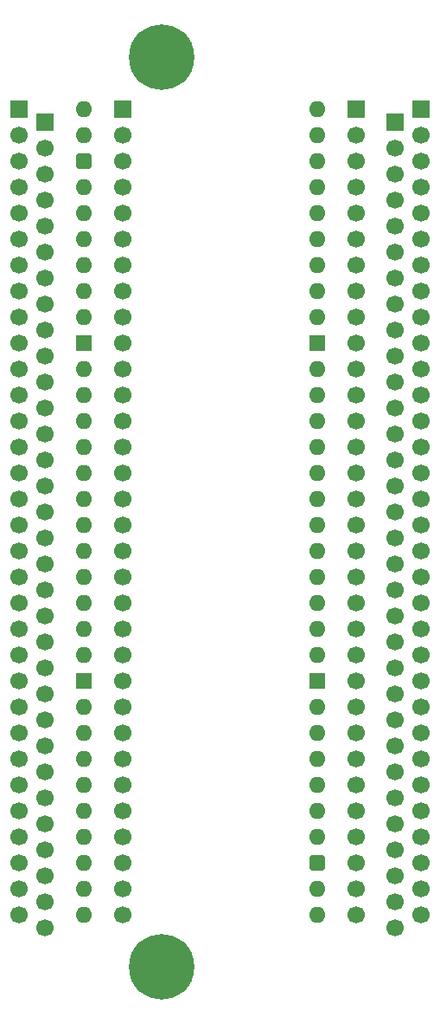
<source format=gbs>
%TF.GenerationSoftware,KiCad,Pcbnew,9.0.7-9.0.7~ubuntu24.04.1*%
%TF.CreationDate,2026-01-16T07:27:37+02:00*%
%TF.ProjectId,HCP65 Wide Analyser,48435036-3520-4576-9964-6520416e616c,V0*%
%TF.SameCoordinates,Original*%
%TF.FileFunction,Soldermask,Bot*%
%TF.FilePolarity,Negative*%
%FSLAX46Y46*%
G04 Gerber Fmt 4.6, Leading zero omitted, Abs format (unit mm)*
G04 Created by KiCad (PCBNEW 9.0.7-9.0.7~ubuntu24.04.1) date 2026-01-16 07:27:37*
%MOMM*%
%LPD*%
G01*
G04 APERTURE LIST*
G04 Aperture macros list*
%AMRoundRect*
0 Rectangle with rounded corners*
0 $1 Rounding radius*
0 $2 $3 $4 $5 $6 $7 $8 $9 X,Y pos of 4 corners*
0 Add a 4 corners polygon primitive as box body*
4,1,4,$2,$3,$4,$5,$6,$7,$8,$9,$2,$3,0*
0 Add four circle primitives for the rounded corners*
1,1,$1+$1,$2,$3*
1,1,$1+$1,$4,$5*
1,1,$1+$1,$6,$7*
1,1,$1+$1,$8,$9*
0 Add four rect primitives between the rounded corners*
20,1,$1+$1,$2,$3,$4,$5,0*
20,1,$1+$1,$4,$5,$6,$7,0*
20,1,$1+$1,$6,$7,$8,$9,0*
20,1,$1+$1,$8,$9,$2,$3,0*%
G04 Aperture macros list end*
%ADD10C,1.700000*%
%ADD11R,1.700000X1.700000*%
%ADD12O,1.600000X1.600000*%
%ADD13R,1.600000X1.600000*%
%ADD14RoundRect,0.400000X-0.400000X-0.400000X0.400000X-0.400000X0.400000X0.400000X-0.400000X0.400000X0*%
%ADD15C,6.400000*%
G04 APERTURE END LIST*
D10*
%TO.C,J6*%
X-3810000Y-80010000D03*
X-3810000Y-77470000D03*
X-3810000Y-74930000D03*
X-3810000Y-72390000D03*
X-3810000Y-69850000D03*
X-3810000Y-67310000D03*
X-3810000Y-64770000D03*
X-3810000Y-62230000D03*
X-3810000Y-59690000D03*
X-3810000Y-57150000D03*
X-3810000Y-54610000D03*
X-3810000Y-52070000D03*
X-3810000Y-49530000D03*
X-3810000Y-46990000D03*
X-3810000Y-44450000D03*
X-3810000Y-41910000D03*
X-3810000Y-39370000D03*
X-3810000Y-36830000D03*
X-3810000Y-34290000D03*
X-3810000Y-31750000D03*
X-3810000Y-29210000D03*
X-3810000Y-26670000D03*
X-3810000Y-24130000D03*
X-3810000Y-21590000D03*
X-3810000Y-19050000D03*
X-3810000Y-16510000D03*
X-3810000Y-13970000D03*
X-3810000Y-11430000D03*
X-3810000Y-8890000D03*
X-3810000Y-6350000D03*
X-3810000Y-3810000D03*
D11*
X-3810000Y-1270000D03*
%TD*%
D10*
%TO.C,J7*%
X30480000Y-80010000D03*
X30480000Y-77470000D03*
X30480000Y-74930000D03*
X30480000Y-72390000D03*
X30480000Y-69850000D03*
X30480000Y-67310000D03*
X30480000Y-64770000D03*
X30480000Y-62230000D03*
X30480000Y-59690000D03*
X30480000Y-57150000D03*
X30480000Y-54610000D03*
X30480000Y-52070000D03*
X30480000Y-49530000D03*
X30480000Y-46990000D03*
X30480000Y-44450000D03*
X30480000Y-41910000D03*
X30480000Y-39370000D03*
X30480000Y-36830000D03*
X30480000Y-34290000D03*
X30480000Y-31750000D03*
X30480000Y-29210000D03*
X30480000Y-26670000D03*
X30480000Y-24130000D03*
X30480000Y-21590000D03*
X30480000Y-19050000D03*
X30480000Y-16510000D03*
X30480000Y-13970000D03*
X30480000Y-11430000D03*
X30480000Y-8890000D03*
X30480000Y-6350000D03*
X30480000Y-3810000D03*
D11*
X30480000Y-1270000D03*
%TD*%
D12*
%TO.C,J1*%
X22860000Y0D03*
X22860000Y-2540000D03*
X22860000Y-5080000D03*
X22860000Y-7620000D03*
X22860000Y-10160000D03*
X22860000Y-12700000D03*
X22860000Y-15240000D03*
X22860000Y-17780000D03*
X22860000Y-20320000D03*
D13*
X22860000Y-22860000D03*
D12*
X22860000Y-25400000D03*
X22860000Y-27940000D03*
X22860000Y-30480000D03*
X22860000Y-33020000D03*
X22860000Y-35560000D03*
X22860000Y-38100000D03*
X22860000Y-40640000D03*
X22860000Y-43180000D03*
X22860000Y-45720000D03*
X22860000Y-48260000D03*
X22860000Y-50800000D03*
X22860000Y-53340000D03*
D13*
X22860000Y-55880000D03*
D12*
X22860000Y-58420000D03*
X22860000Y-60960000D03*
X22860000Y-63500000D03*
X22860000Y-66040000D03*
X22860000Y-68580000D03*
X22860000Y-71120000D03*
D14*
X22860000Y-73660000D03*
D12*
X22860000Y-76200000D03*
X22860000Y-78740000D03*
X0Y-78740000D03*
X0Y-76200000D03*
X0Y-73660000D03*
X0Y-71120000D03*
X0Y-68580000D03*
X0Y-66040000D03*
X0Y-63500000D03*
X0Y-60960000D03*
X0Y-58420000D03*
D13*
X0Y-55880000D03*
D12*
X0Y-53340000D03*
X0Y-50800000D03*
X0Y-48260000D03*
X0Y-45720000D03*
X0Y-43180000D03*
X0Y-40640000D03*
X0Y-38100000D03*
X0Y-35560000D03*
X0Y-33020000D03*
X0Y-30480000D03*
X0Y-27940000D03*
X0Y-25400000D03*
D13*
X0Y-22860000D03*
D12*
X0Y-20320000D03*
X0Y-17780000D03*
X0Y-15240000D03*
X0Y-12700000D03*
X0Y-10160000D03*
X0Y-7620000D03*
D14*
X0Y-5080000D03*
D12*
X0Y-2540000D03*
X0Y0D03*
%TD*%
D15*
%TO.C,H1*%
X7620000Y5080000D03*
%TD*%
D10*
%TO.C,J3*%
X26670000Y-78740000D03*
X26670000Y-76200000D03*
X26670000Y-73660000D03*
X26670000Y-71120000D03*
X26670000Y-68580000D03*
X26670000Y-66040000D03*
X26670000Y-63500000D03*
X26670000Y-60960000D03*
X26670000Y-58420000D03*
X26670000Y-55880000D03*
X26670000Y-53340000D03*
X26670000Y-50800000D03*
X26670000Y-48260000D03*
X26670000Y-45720000D03*
X26670000Y-43180000D03*
X26670000Y-40640000D03*
X26670000Y-38100000D03*
X26670000Y-35560000D03*
X26670000Y-33020000D03*
X26670000Y-30480000D03*
X26670000Y-27940000D03*
X26670000Y-25400000D03*
X26670000Y-22860000D03*
X26670000Y-20320000D03*
X26670000Y-17780000D03*
X26670000Y-15240000D03*
X26670000Y-12700000D03*
X26670000Y-10160000D03*
X26670000Y-7620000D03*
X26670000Y-5080000D03*
X26670000Y-2540000D03*
D11*
X26670000Y0D03*
%TD*%
D10*
%TO.C,J5*%
X-6350000Y-78740000D03*
X-6350000Y-76200000D03*
X-6350000Y-73660000D03*
X-6350000Y-71120000D03*
X-6350000Y-68580000D03*
X-6350000Y-66040000D03*
X-6350000Y-63500000D03*
X-6350000Y-60960000D03*
X-6350000Y-58420000D03*
X-6350000Y-55880000D03*
X-6350000Y-53340000D03*
X-6350000Y-50800000D03*
X-6350000Y-48260000D03*
X-6350000Y-45720000D03*
X-6350000Y-43180000D03*
X-6350000Y-40640000D03*
X-6350000Y-38100000D03*
X-6350000Y-35560000D03*
X-6350000Y-33020000D03*
X-6350000Y-30480000D03*
X-6350000Y-27940000D03*
X-6350000Y-25400000D03*
X-6350000Y-22860000D03*
X-6350000Y-20320000D03*
X-6350000Y-17780000D03*
X-6350000Y-15240000D03*
X-6350000Y-12700000D03*
X-6350000Y-10160000D03*
X-6350000Y-7620000D03*
X-6350000Y-5080000D03*
X-6350000Y-2540000D03*
D11*
X-6350000Y0D03*
%TD*%
D15*
%TO.C,H2*%
X7620000Y-83820000D03*
%TD*%
D10*
%TO.C,J4*%
X3810000Y-78740000D03*
X3810000Y-76200000D03*
X3810000Y-73660000D03*
X3810000Y-71120000D03*
X3810000Y-68580000D03*
X3810000Y-66040000D03*
X3810000Y-63500000D03*
X3810000Y-60960000D03*
X3810000Y-58420000D03*
X3810000Y-55880000D03*
X3810000Y-53340000D03*
X3810000Y-50800000D03*
X3810000Y-48260000D03*
X3810000Y-45720000D03*
X3810000Y-43180000D03*
X3810000Y-40640000D03*
X3810000Y-38100000D03*
X3810000Y-35560000D03*
X3810000Y-33020000D03*
X3810000Y-30480000D03*
X3810000Y-27940000D03*
X3810000Y-25400000D03*
X3810000Y-22860000D03*
X3810000Y-20320000D03*
X3810000Y-17780000D03*
X3810000Y-15240000D03*
X3810000Y-12700000D03*
X3810000Y-10160000D03*
X3810000Y-7620000D03*
X3810000Y-5080000D03*
X3810000Y-2540000D03*
D11*
X3810000Y0D03*
%TD*%
D10*
%TO.C,J2*%
X33020000Y-78740000D03*
X33020000Y-76200000D03*
X33020000Y-73660000D03*
X33020000Y-71120000D03*
X33020000Y-68580000D03*
X33020000Y-66040000D03*
X33020000Y-63500000D03*
X33020000Y-60960000D03*
X33020000Y-58420000D03*
X33020000Y-55880000D03*
X33020000Y-53340000D03*
X33020000Y-50800000D03*
X33020000Y-48260000D03*
X33020000Y-45720000D03*
X33020000Y-43180000D03*
X33020000Y-40640000D03*
X33020000Y-38100000D03*
X33020000Y-35560000D03*
X33020000Y-33020000D03*
X33020000Y-30480000D03*
X33020000Y-27940000D03*
X33020000Y-25400000D03*
X33020000Y-22860000D03*
X33020000Y-20320000D03*
X33020000Y-17780000D03*
X33020000Y-15240000D03*
X33020000Y-12700000D03*
X33020000Y-10160000D03*
X33020000Y-7620000D03*
X33020000Y-5080000D03*
X33020000Y-2540000D03*
D11*
X33020000Y0D03*
%TD*%
M02*

</source>
